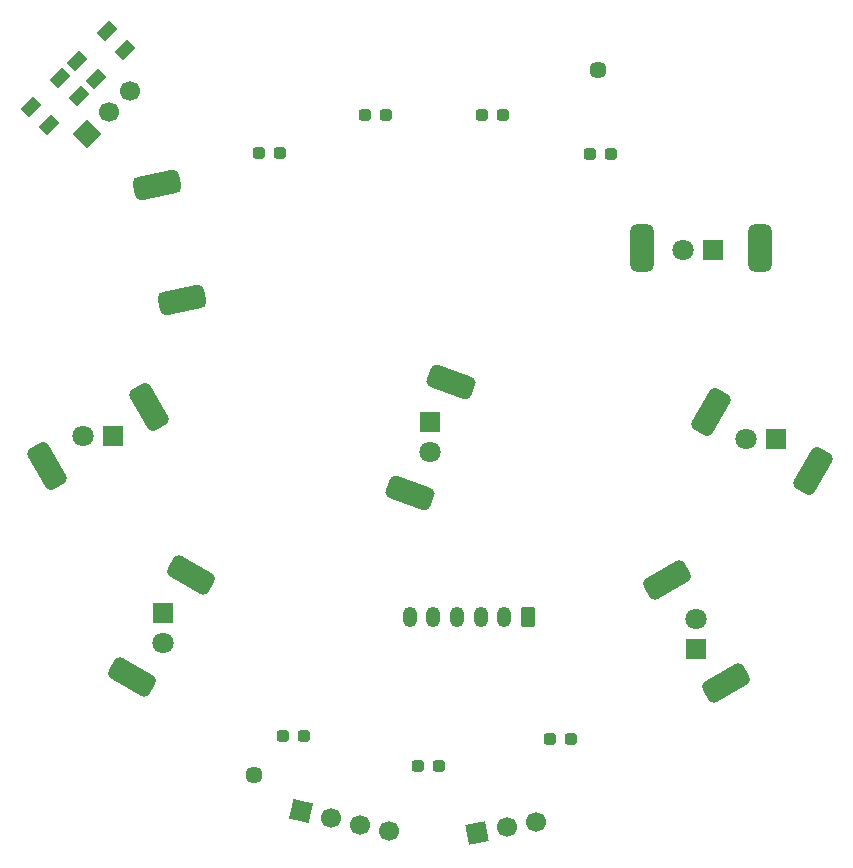
<source format=gbr>
%TF.GenerationSoftware,KiCad,Pcbnew,(5.99.0-10634-g5f56117be9)*%
%TF.CreationDate,2021-05-24T23:14:31+02:00*%
%TF.ProjectId,custom-pcb,63757374-6f6d-42d7-9063-622e6b696361,rev?*%
%TF.SameCoordinates,Original*%
%TF.FileFunction,Soldermask,Top*%
%TF.FilePolarity,Negative*%
%FSLAX46Y46*%
G04 Gerber Fmt 4.6, Leading zero omitted, Abs format (unit mm)*
G04 Created by KiCad (PCBNEW (5.99.0-10634-g5f56117be9)) date 2021-05-24 23:14:31*
%MOMM*%
%LPD*%
G01*
G04 APERTURE LIST*
G04 Aperture macros list*
%AMRoundRect*
0 Rectangle with rounded corners*
0 $1 Rounding radius*
0 $2 $3 $4 $5 $6 $7 $8 $9 X,Y pos of 4 corners*
0 Add a 4 corners polygon primitive as box body*
4,1,4,$2,$3,$4,$5,$6,$7,$8,$9,$2,$3,0*
0 Add four circle primitives for the rounded corners*
1,1,$1+$1,$2,$3*
1,1,$1+$1,$4,$5*
1,1,$1+$1,$6,$7*
1,1,$1+$1,$8,$9*
0 Add four rect primitives between the rounded corners*
20,1,$1+$1,$2,$3,$4,$5,0*
20,1,$1+$1,$4,$5,$6,$7,0*
20,1,$1+$1,$6,$7,$8,$9,0*
20,1,$1+$1,$8,$9,$2,$3,0*%
%AMHorizOval*
0 Thick line with rounded ends*
0 $1 width*
0 $2 $3 position (X,Y) of the first rounded end (center of the circle)*
0 $4 $5 position (X,Y) of the second rounded end (center of the circle)*
0 Add line between two ends*
20,1,$1,$2,$3,$4,$5,0*
0 Add two circle primitives to create the rounded ends*
1,1,$1,$2,$3*
1,1,$1,$4,$5*%
%AMRotRect*
0 Rectangle, with rotation*
0 The origin of the aperture is its center*
0 $1 length*
0 $2 width*
0 $3 Rotation angle, in degrees counterclockwise*
0 Add horizontal line*
21,1,$1,$2,0,0,$3*%
G04 Aperture macros list end*
%ADD10R,1.800000X1.800000*%
%ADD11C,1.800000*%
%ADD12RoundRect,0.237500X-0.287500X-0.237500X0.287500X-0.237500X0.287500X0.237500X-0.287500X0.237500X0*%
%ADD13RoundRect,0.237500X0.287500X0.237500X-0.287500X0.237500X-0.287500X-0.237500X0.287500X-0.237500X0*%
%ADD14RoundRect,0.500000X1.238529X-0.982877X1.580549X-0.043184X-1.238529X0.982877X-1.580549X0.043184X0*%
%ADD15RoundRect,0.500000X1.549038X0.316987X1.049038X1.183013X-1.549038X-0.316987X-1.049038X-1.183013X0*%
%ADD16RoundRect,0.500000X1.183013X1.049038X0.316987X1.549038X-1.183013X-1.049038X-0.316987X-1.549038X0*%
%ADD17RoundRect,0.500000X0.500000X1.500000X-0.500000X1.500000X-0.500000X-1.500000X0.500000X-1.500000X0*%
%ADD18RoundRect,0.500000X0.316987X-1.549038X1.183013X-1.049038X-0.316987X1.549038X-1.183013X1.049038X0*%
%ADD19RoundRect,0.500000X1.049038X-1.183013X1.549038X-0.316987X-1.049038X1.183013X-1.549038X0.316987X0*%
%ADD20C,1.700000*%
%ADD21HorizOval,1.700000X0.000000X0.000000X0.000000X0.000000X0*%
%ADD22RotRect,1.700000X1.700000X257.000000*%
%ADD23HorizOval,1.700000X0.000000X0.000000X0.000000X0.000000X0*%
%ADD24RotRect,1.700000X1.700000X281.000000*%
%ADD25RotRect,1.500000X1.000000X45.000000*%
%ADD26RoundRect,0.500000X-1.571177X0.177206X-1.363266X-0.800941X1.571177X-0.177206X1.363266X0.800941X0*%
%ADD27C,1.448000*%
%ADD28RoundRect,0.250000X0.350000X0.625000X-0.350000X0.625000X-0.350000X-0.625000X0.350000X-0.625000X0*%
%ADD29O,1.200000X1.750000*%
%ADD30HorizOval,1.700000X0.000000X0.000000X0.000000X0.000000X0*%
%ADD31RotRect,1.700000X1.700000X135.000000*%
G04 APERTURE END LIST*
D10*
%TO.C,D1*%
X113842800Y-80233200D03*
D11*
X113842800Y-82773200D03*
%TD*%
D10*
%TO.C,D2*%
X143134400Y-81661000D03*
D11*
X140594400Y-81661000D03*
%TD*%
D10*
%TO.C,D3*%
X91186000Y-96413000D03*
D11*
X91186000Y-98953000D03*
%TD*%
D10*
%TO.C,D4*%
X137775000Y-65659000D03*
D11*
X135235000Y-65659000D03*
%TD*%
D12*
%TO.C,D5*%
X123980000Y-107061000D03*
X125730000Y-107061000D03*
%TD*%
%TO.C,D6*%
X108345000Y-54203600D03*
X110095000Y-54203600D03*
%TD*%
%TO.C,D7*%
X112790000Y-109372400D03*
X114540000Y-109372400D03*
%TD*%
%TO.C,D8*%
X101374000Y-106807000D03*
X103124000Y-106807000D03*
%TD*%
%TO.C,D9*%
X99328000Y-57404000D03*
X101078000Y-57404000D03*
%TD*%
D13*
%TO.C,D10*%
X129145000Y-57531000D03*
X127395000Y-57531000D03*
%TD*%
D10*
%TO.C,D11*%
X86971200Y-81432400D03*
D11*
X84431200Y-81432400D03*
%TD*%
D12*
%TO.C,D12*%
X118251000Y-54229000D03*
X120001000Y-54229000D03*
%TD*%
D14*
%TO.C,SW3*%
X115552901Y-76784737D03*
X112132699Y-86181663D03*
%TD*%
D15*
%TO.C,SW4*%
X133868800Y-93612273D03*
X138868800Y-102272527D03*
%TD*%
D16*
%TO.C,SW5*%
X137583473Y-79338800D03*
X146243727Y-84338800D03*
%TD*%
D17*
%TO.C,SW6*%
X131753600Y-65481200D03*
X141753600Y-65481200D03*
%TD*%
D18*
%TO.C,SW7*%
X90051327Y-78932400D03*
X81391073Y-83932400D03*
%TD*%
D19*
%TO.C,SW9*%
X93584400Y-93155073D03*
X88584400Y-101815327D03*
%TD*%
D10*
%TO.C,D13*%
X136368800Y-99421000D03*
D11*
X136368800Y-96881000D03*
%TD*%
D20*
%TO.C,J2*%
X110351583Y-114874373D03*
D21*
X107876683Y-114302997D03*
X105401783Y-113731622D03*
D22*
X102926883Y-113160246D03*
%TD*%
D20*
%TO.C,J4*%
X122809000Y-114046000D03*
D23*
X120315667Y-114530655D03*
D24*
X117822334Y-115015310D03*
%TD*%
D25*
%TO.C,SW10*%
X83963746Y-49608619D03*
X86438619Y-47133746D03*
X87994254Y-48689381D03*
X85519381Y-51164254D03*
%TD*%
%TO.C,SW11*%
X82501619Y-51070746D03*
X80026746Y-53545619D03*
X81582381Y-55101254D03*
X84057254Y-52626381D03*
%TD*%
D26*
%TO.C,SW8*%
X92784358Y-69914738D03*
X90705242Y-60133262D03*
%TD*%
D27*
%TO.C,REF\u002A\u002A*%
X128016000Y-50393600D03*
%TD*%
%TO.C,REF\u002A\u002A*%
X98933000Y-110109000D03*
%TD*%
D28*
%TO.C,J1*%
X122094000Y-96732000D03*
D29*
X120094000Y-96732000D03*
X118094000Y-96732000D03*
X116094000Y-96732000D03*
X114094000Y-96732000D03*
X112094000Y-96732000D03*
%TD*%
D20*
%TO.C,J3*%
X88392000Y-52197000D03*
D30*
X86595949Y-53993051D03*
D31*
X84799898Y-55789102D03*
%TD*%
M02*

</source>
